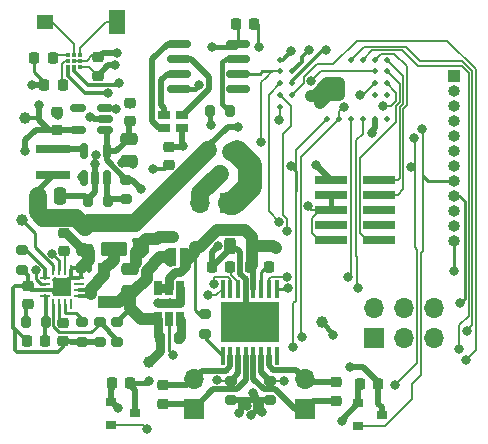
<source format=gbr>
%TF.GenerationSoftware,KiCad,Pcbnew,(6.0.0)*%
%TF.CreationDate,2022-01-21T19:20:27+01:00*%
%TF.ProjectId,DotBot,446f7442-6f74-42e6-9b69-6361645f7063,rev?*%
%TF.SameCoordinates,Original*%
%TF.FileFunction,Copper,L1,Top*%
%TF.FilePolarity,Positive*%
%FSLAX46Y46*%
G04 Gerber Fmt 4.6, Leading zero omitted, Abs format (unit mm)*
G04 Created by KiCad (PCBNEW (6.0.0)) date 2022-01-21 19:20:27*
%MOMM*%
%LPD*%
G01*
G04 APERTURE LIST*
G04 Aperture macros list*
%AMRoundRect*
0 Rectangle with rounded corners*
0 $1 Rounding radius*
0 $2 $3 $4 $5 $6 $7 $8 $9 X,Y pos of 4 corners*
0 Add a 4 corners polygon primitive as box body*
4,1,4,$2,$3,$4,$5,$6,$7,$8,$9,$2,$3,0*
0 Add four circle primitives for the rounded corners*
1,1,$1+$1,$2,$3*
1,1,$1+$1,$4,$5*
1,1,$1+$1,$6,$7*
1,1,$1+$1,$8,$9*
0 Add four rect primitives between the rounded corners*
20,1,$1+$1,$2,$3,$4,$5,0*
20,1,$1+$1,$4,$5,$6,$7,0*
20,1,$1+$1,$6,$7,$8,$9,0*
20,1,$1+$1,$8,$9,$2,$3,0*%
%AMFreePoly0*
4,1,22,0.500000,-0.750000,0.000000,-0.750000,0.000000,-0.745033,-0.079941,-0.743568,-0.215256,-0.701293,-0.333266,-0.622738,-0.424486,-0.514219,-0.481581,-0.384460,-0.499164,-0.250000,-0.500000,-0.250000,-0.500000,0.250000,-0.499164,0.250000,-0.499963,0.256109,-0.478152,0.396186,-0.417904,0.524511,-0.324060,0.630769,-0.204165,0.706417,-0.067858,0.745374,0.000000,0.744959,0.000000,0.750000,
0.500000,0.750000,0.500000,-0.750000,0.500000,-0.750000,$1*%
%AMFreePoly1*
4,1,20,0.000000,0.744959,0.073905,0.744508,0.209726,0.703889,0.328688,0.626782,0.421226,0.519385,0.479903,0.390333,0.500000,0.250000,0.500000,-0.250000,0.499851,-0.262216,0.476331,-0.402017,0.414519,-0.529596,0.319384,-0.634700,0.198574,-0.708877,0.061801,-0.746166,0.000000,-0.745033,0.000000,-0.750000,-0.500000,-0.750000,-0.500000,0.750000,0.000000,0.750000,0.000000,0.744959,
0.000000,0.744959,$1*%
G04 Aperture macros list end*
%TA.AperFunction,SMDPad,CuDef*%
%ADD10C,1.000000*%
%TD*%
%TA.AperFunction,SMDPad,CuDef*%
%ADD11C,0.400000*%
%TD*%
%TA.AperFunction,SMDPad,CuDef*%
%ADD12RoundRect,0.218750X-0.256250X0.218750X-0.256250X-0.218750X0.256250X-0.218750X0.256250X0.218750X0*%
%TD*%
%TA.AperFunction,SMDPad,CuDef*%
%ADD13RoundRect,0.218750X-0.218750X-0.256250X0.218750X-0.256250X0.218750X0.256250X-0.218750X0.256250X0*%
%TD*%
%TA.AperFunction,SMDPad,CuDef*%
%ADD14R,1.400000X2.000000*%
%TD*%
%TA.AperFunction,SMDPad,CuDef*%
%ADD15R,1.400000X1.200000*%
%TD*%
%TA.AperFunction,ComponentPad*%
%ADD16R,1.700000X1.700000*%
%TD*%
%TA.AperFunction,ComponentPad*%
%ADD17O,1.700000X1.700000*%
%TD*%
%TA.AperFunction,SMDPad,CuDef*%
%ADD18RoundRect,0.200000X-0.200000X-0.275000X0.200000X-0.275000X0.200000X0.275000X-0.200000X0.275000X0*%
%TD*%
%TA.AperFunction,SMDPad,CuDef*%
%ADD19RoundRect,0.200000X0.275000X-0.200000X0.275000X0.200000X-0.275000X0.200000X-0.275000X-0.200000X0*%
%TD*%
%TA.AperFunction,SMDPad,CuDef*%
%ADD20RoundRect,0.250000X-0.250000X-0.475000X0.250000X-0.475000X0.250000X0.475000X-0.250000X0.475000X0*%
%TD*%
%TA.AperFunction,SMDPad,CuDef*%
%ADD21R,0.900000X0.800000*%
%TD*%
%TA.AperFunction,SMDPad,CuDef*%
%ADD22R,1.000000X0.800000*%
%TD*%
%TA.AperFunction,SMDPad,CuDef*%
%ADD23RoundRect,0.218750X0.218750X0.256250X-0.218750X0.256250X-0.218750X-0.256250X0.218750X-0.256250X0*%
%TD*%
%TA.AperFunction,SMDPad,CuDef*%
%ADD24R,0.800000X0.900000*%
%TD*%
%TA.AperFunction,SMDPad,CuDef*%
%ADD25RoundRect,0.150000X-0.825000X-0.150000X0.825000X-0.150000X0.825000X0.150000X-0.825000X0.150000X0*%
%TD*%
%TA.AperFunction,SMDPad,CuDef*%
%ADD26RoundRect,0.225000X0.250000X-0.225000X0.250000X0.225000X-0.250000X0.225000X-0.250000X-0.225000X0*%
%TD*%
%TA.AperFunction,SMDPad,CuDef*%
%ADD27FreePoly0,0.000000*%
%TD*%
%TA.AperFunction,SMDPad,CuDef*%
%ADD28FreePoly1,0.000000*%
%TD*%
%TA.AperFunction,SMDPad,CuDef*%
%ADD29R,2.900000X0.800000*%
%TD*%
%TA.AperFunction,SMDPad,CuDef*%
%ADD30R,0.650000X1.220000*%
%TD*%
%TA.AperFunction,SMDPad,CuDef*%
%ADD31RoundRect,0.250000X-0.475000X0.250000X-0.475000X-0.250000X0.475000X-0.250000X0.475000X0.250000X0*%
%TD*%
%TA.AperFunction,ComponentPad*%
%ADD32R,1.000000X1.000000*%
%TD*%
%TA.AperFunction,ComponentPad*%
%ADD33O,1.000000X1.000000*%
%TD*%
%TA.AperFunction,SMDPad,CuDef*%
%ADD34RoundRect,0.254000X0.000000X0.000000X0.000000X0.000000X0.000000X0.000000X0.000000X0.000000X0*%
%TD*%
%TA.AperFunction,SMDPad,CuDef*%
%ADD35R,2.790000X0.740000*%
%TD*%
%TA.AperFunction,SMDPad,CuDef*%
%ADD36RoundRect,0.243750X0.243750X0.456250X-0.243750X0.456250X-0.243750X-0.456250X0.243750X-0.456250X0*%
%TD*%
%TA.AperFunction,SMDPad,CuDef*%
%ADD37RoundRect,0.100000X0.100000X-0.687500X0.100000X0.687500X-0.100000X0.687500X-0.100000X-0.687500X0*%
%TD*%
%TA.AperFunction,SMDPad,CuDef*%
%ADD38R,5.000000X3.400000*%
%TD*%
%TA.AperFunction,ComponentPad*%
%ADD39C,0.500000*%
%TD*%
%TA.AperFunction,SMDPad,CuDef*%
%ADD40RoundRect,0.225000X0.225000X0.250000X-0.225000X0.250000X-0.225000X-0.250000X0.225000X-0.250000X0*%
%TD*%
%TA.AperFunction,SMDPad,CuDef*%
%ADD41RoundRect,0.225000X-0.225000X-0.250000X0.225000X-0.250000X0.225000X0.250000X-0.225000X0.250000X0*%
%TD*%
%TA.AperFunction,SMDPad,CuDef*%
%ADD42RoundRect,0.200000X-0.275000X0.200000X-0.275000X-0.200000X0.275000X-0.200000X0.275000X0.200000X0*%
%TD*%
%TA.AperFunction,SMDPad,CuDef*%
%ADD43RoundRect,0.150000X0.150000X-0.512500X0.150000X0.512500X-0.150000X0.512500X-0.150000X-0.512500X0*%
%TD*%
%TA.AperFunction,SMDPad,CuDef*%
%ADD44R,1.100000X1.100000*%
%TD*%
%TA.AperFunction,SMDPad,CuDef*%
%ADD45RoundRect,0.250000X0.475000X-0.250000X0.475000X0.250000X-0.475000X0.250000X-0.475000X-0.250000X0*%
%TD*%
%TA.AperFunction,SMDPad,CuDef*%
%ADD46RoundRect,0.225000X-0.250000X0.225000X-0.250000X-0.225000X0.250000X-0.225000X0.250000X0.225000X0*%
%TD*%
%TA.AperFunction,SMDPad,CuDef*%
%ADD47RoundRect,0.250000X-0.850000X0.375000X-0.850000X-0.375000X0.850000X-0.375000X0.850000X0.375000X0*%
%TD*%
%TA.AperFunction,SMDPad,CuDef*%
%ADD48RoundRect,0.150000X0.512500X0.150000X-0.512500X0.150000X-0.512500X-0.150000X0.512500X-0.150000X0*%
%TD*%
%TA.AperFunction,SMDPad,CuDef*%
%ADD49RoundRect,0.062500X-0.062500X0.375000X-0.062500X-0.375000X0.062500X-0.375000X0.062500X0.375000X0*%
%TD*%
%TA.AperFunction,SMDPad,CuDef*%
%ADD50RoundRect,0.062500X-0.375000X0.062500X-0.375000X-0.062500X0.375000X-0.062500X0.375000X0.062500X0*%
%TD*%
%TA.AperFunction,SMDPad,CuDef*%
%ADD51R,1.600000X1.600000*%
%TD*%
%TA.AperFunction,SMDPad,CuDef*%
%ADD52RoundRect,0.200000X0.200000X0.275000X-0.200000X0.275000X-0.200000X-0.275000X0.200000X-0.275000X0*%
%TD*%
%TA.AperFunction,ViaPad*%
%ADD53C,0.800000*%
%TD*%
%TA.AperFunction,Conductor*%
%ADD54C,0.400000*%
%TD*%
%TA.AperFunction,Conductor*%
%ADD55C,0.500000*%
%TD*%
%TA.AperFunction,Conductor*%
%ADD56C,1.500000*%
%TD*%
%TA.AperFunction,Conductor*%
%ADD57C,0.300000*%
%TD*%
%TA.AperFunction,Conductor*%
%ADD58C,0.250000*%
%TD*%
%TA.AperFunction,Conductor*%
%ADD59C,0.200000*%
%TD*%
%TA.AperFunction,Conductor*%
%ADD60C,1.000000*%
%TD*%
%TA.AperFunction,Conductor*%
%ADD61C,0.750000*%
%TD*%
%TA.AperFunction,Conductor*%
%ADD62C,2.000000*%
%TD*%
G04 APERTURE END LIST*
D10*
%TO.P,3.3v,1,1*%
%TO.N,+3V3*%
X76500000Y-54700000D03*
%TD*%
%TO.P,pg,1,1*%
%TO.N,Net-(U8-Pad4)*%
X76200000Y-63300000D03*
%TD*%
%TO.P,6v,1,1*%
%TO.N,Net-(C21-Pad2)*%
X86950000Y-75350000D03*
%TD*%
%TO.P,GND,1,1*%
%TO.N,GND*%
X101600000Y-71950000D03*
%TD*%
D11*
%TO.P,U4,A1,AVDD*%
%TO.N,Net-(C2-Pad2)*%
X80146315Y-49370000D03*
%TO.P,U4,A2,IIN+*%
%TO.N,Net-(D1-Pad2)*%
X80646315Y-49370000D03*
%TO.P,U4,A3,IIN-*%
%TO.N,Net-(D1-Pad1)*%
X81146315Y-49370000D03*
%TO.P,U4,B1,RBIAS*%
%TO.N,Net-(R2-Pad2)*%
X80146315Y-49870000D03*
%TO.P,U4,B2,AVSS*%
%TO.N,GND*%
X80646315Y-49870000D03*
%TO.P,U4,B3,AVSS2*%
X81146315Y-49870000D03*
%TO.P,U4,C1,D*%
%TO.N,P0_29*%
X80146315Y-50370000D03*
%TO.P,U4,C2,E*%
%TO.N,P0_30*%
X80646315Y-50370000D03*
%TO.P,U4,C3,DVDD*%
%TO.N,+3V3*%
X81146315Y-50370000D03*
%TD*%
D12*
%TO.P,C1,1*%
%TO.N,GND*%
X82634315Y-49562500D03*
%TO.P,C1,2*%
%TO.N,+3V3*%
X82634315Y-51137500D03*
%TD*%
D13*
%TO.P,C2,1*%
%TO.N,GND*%
X77246815Y-49650000D03*
%TO.P,C2,2*%
%TO.N,Net-(C2-Pad2)*%
X78821815Y-49650000D03*
%TD*%
D14*
%TO.P,D1,1,K*%
%TO.N,Net-(D1-Pad1)*%
X84234315Y-46550000D03*
D15*
%TO.P,D1,2,A*%
%TO.N,Net-(D1-Pad2)*%
X78134315Y-46550000D03*
%TD*%
D16*
%TO.P,J1,1,Pin_1*%
%TO.N,Net-(C15-Pad1)*%
X90750000Y-79350000D03*
D17*
%TO.P,J1,2,Pin_2*%
%TO.N,Net-(C15-Pad2)*%
X90750000Y-76810000D03*
%TD*%
D16*
%TO.P,J2,1,Pin_1*%
%TO.N,Net-(C16-Pad1)*%
X100200000Y-79300000D03*
D17*
%TO.P,J2,2,Pin_2*%
%TO.N,Net-(C16-Pad2)*%
X100200000Y-76760000D03*
%TD*%
D13*
%TO.P,R2,1*%
%TO.N,GND*%
X78112500Y-51900000D03*
%TO.P,R2,2*%
%TO.N,Net-(R2-Pad2)*%
X79687500Y-51900000D03*
%TD*%
D18*
%TO.P,R5,1*%
%TO.N,GND*%
X92175000Y-54100000D03*
%TO.P,R5,2*%
%TO.N,Net-(R5-Pad2)*%
X93825000Y-54100000D03*
%TD*%
D16*
%TO.P,J4,1,Pin_1*%
%TO.N,GND*%
X93812000Y-61926000D03*
D17*
%TO.P,J4,2,Pin_2*%
%TO.N,Net-(J4-Pad2)*%
X91272000Y-61926000D03*
%TD*%
D13*
%TO.P,C3,1*%
%TO.N,+3V3*%
X83812500Y-77100000D03*
%TO.P,C3,2*%
%TO.N,GND*%
X85387500Y-77100000D03*
%TD*%
%TO.P,C4,1*%
%TO.N,+3V3*%
X104812500Y-77200000D03*
%TO.P,C4,2*%
%TO.N,GND*%
X106387500Y-77200000D03*
%TD*%
D19*
%TO.P,R4,1*%
%TO.N,GND*%
X93900000Y-78575000D03*
%TO.P,R4,2*%
%TO.N,P0_04*%
X93900000Y-76925000D03*
%TD*%
D20*
%TO.P,C12,1*%
%TO.N,VDD*%
X77550000Y-61300000D03*
%TO.P,C12,2*%
%TO.N,GND*%
X79450000Y-61300000D03*
%TD*%
D19*
%TO.P,R3,1*%
%TO.N,GND*%
X97200000Y-78575000D03*
%TO.P,R3,2*%
%TO.N,P0_05*%
X97200000Y-76925000D03*
%TD*%
D21*
%TO.P,U2,1,VCC*%
%TO.N,+3V3*%
X104700000Y-78850000D03*
%TO.P,U2,2,OUT*%
%TO.N,P0_15*%
X104700000Y-80750000D03*
%TO.P,U2,3,GND*%
%TO.N,GND*%
X106700000Y-79800000D03*
%TD*%
%TO.P,U1,1,VCC*%
%TO.N,+3V3*%
X83800000Y-78750000D03*
%TO.P,U1,2,OUT*%
%TO.N,P0_17*%
X83800000Y-80650000D03*
%TO.P,U1,3,GND*%
%TO.N,GND*%
X85800000Y-79700000D03*
%TD*%
D12*
%TO.P,C9,1*%
%TO.N,+6V*%
X88650000Y-57112500D03*
%TO.P,C9,2*%
%TO.N,GND*%
X88650000Y-58687500D03*
%TD*%
D22*
%TO.P,D2,1,A*%
%TO.N,+6V*%
X89750000Y-55550000D03*
%TO.P,D2,2,RK*%
%TO.N,Net-(D2-Pad2)*%
X88250000Y-55550000D03*
%TO.P,D2,3,BK*%
%TO.N,Net-(D2-Pad3)*%
X88250000Y-54450000D03*
%TO.P,D2,4,GK*%
%TO.N,Net-(D2-Pad4)*%
X89750000Y-54450000D03*
%TD*%
D23*
%TO.P,C8,1*%
%TO.N,GND*%
X95887500Y-46700000D03*
%TO.P,C8,2*%
%TO.N,+3V3*%
X94312500Y-46700000D03*
%TD*%
D24*
%TO.P,Q4,1,G*%
%TO.N,GND*%
X93900000Y-57400000D03*
%TO.P,Q4,2,S*%
%TO.N,VDD*%
X92000000Y-57400000D03*
%TO.P,Q4,3,D*%
%TO.N,Net-(J4-Pad2)*%
X92950000Y-59400000D03*
%TD*%
D25*
%TO.P,U7,1,OUT0*%
%TO.N,Net-(D2-Pad2)*%
X89525000Y-48395000D03*
%TO.P,U7,2,OUT1*%
%TO.N,Net-(D2-Pad4)*%
X89525000Y-49665000D03*
%TO.P,U7,3,OUT2*%
%TO.N,Net-(D2-Pad3)*%
X89525000Y-50935000D03*
%TO.P,U7,4,GND*%
%TO.N,GND*%
X89525000Y-52205000D03*
%TO.P,U7,5,SDO*%
%TO.N,unconnected-(U7-Pad5)*%
X94475000Y-52205000D03*
%TO.P,U7,6,SDI*%
%TO.N,P0_03*%
X94475000Y-50935000D03*
%TO.P,U7,7,IREF*%
%TO.N,Net-(R5-Pad2)*%
X94475000Y-49665000D03*
%TO.P,U7,8,VCC*%
%TO.N,+3V3*%
X94475000Y-48395000D03*
%TD*%
D26*
%TO.P,C15,1*%
%TO.N,Net-(C15-Pad1)*%
X88150000Y-78875000D03*
%TO.P,C15,2*%
%TO.N,Net-(C15-Pad2)*%
X88150000Y-77325000D03*
%TD*%
D27*
%TO.P,JP1,1,A*%
%TO.N,Net-(C21-Pad2)*%
X88800000Y-66500000D03*
D28*
%TO.P,JP1,2,B*%
%TO.N,+6V*%
X90100000Y-66500000D03*
%TD*%
D29*
%TO.P,L2,1,1*%
%TO.N,VDD*%
X78850000Y-59562500D03*
%TO.P,L2,2,2*%
%TO.N,Net-(L2-Pad2)*%
X78850000Y-57362500D03*
%TD*%
D30*
%TO.P,Q1,1,S1*%
%TO.N,GND*%
X89600000Y-69090000D03*
%TO.P,Q1,2,D2*%
%TO.N,+6V*%
X88650000Y-69090000D03*
%TO.P,Q1,3,D2*%
X87700000Y-69090000D03*
%TO.P,Q1,4,S2*%
%TO.N,Net-(C21-Pad2)*%
X87700000Y-71710000D03*
%TO.P,Q1,5,G1*%
%TO.N,P0_20*%
X88650000Y-71710000D03*
%TO.P,Q1,6,D1*%
%TO.N,Net-(Q1-Pad6)*%
X89600000Y-71710000D03*
%TD*%
D18*
%TO.P,R8,1*%
%TO.N,Net-(C21-Pad2)*%
X87875000Y-73350000D03*
%TO.P,R8,2*%
%TO.N,Net-(Q1-Pad6)*%
X89525000Y-73350000D03*
%TD*%
D26*
%TO.P,C16,1*%
%TO.N,Net-(C16-Pad1)*%
X102800000Y-78625000D03*
%TO.P,C16,2*%
%TO.N,Net-(C16-Pad2)*%
X102800000Y-77075000D03*
%TD*%
D31*
%TO.P,C11,1*%
%TO.N,/+3.8v*%
X85250000Y-56450000D03*
%TO.P,C11,2*%
%TO.N,GND*%
X85250000Y-58350000D03*
%TD*%
D32*
%TO.P,J5,1,Pin_1*%
%TO.N,P0_30*%
X112800000Y-51100000D03*
D33*
%TO.P,J5,2,Pin_2*%
%TO.N,P0_29*%
X112800000Y-52370000D03*
%TO.P,J5,3,Pin_3*%
%TO.N,P0_20*%
X112800000Y-53640000D03*
%TO.P,J5,4,Pin_4*%
%TO.N,P0_05*%
X112800000Y-54910000D03*
%TO.P,J5,5,Pin_5*%
%TO.N,P0_03*%
X112800000Y-56180000D03*
%TO.P,J5,6,Pin_6*%
%TO.N,P0_04*%
X112800000Y-57450000D03*
%TO.P,J5,7,Pin_7*%
%TO.N,P0_17*%
X112800000Y-58720000D03*
%TO.P,J5,8,Pin_8*%
%TO.N,P0_15*%
X112800000Y-59990000D03*
%TO.P,J5,9,Pin_9*%
%TO.N,P0_11*%
X112800000Y-61260000D03*
%TO.P,J5,10,Pin_10*%
%TO.N,P0_02*%
X112800000Y-62530000D03*
%TO.P,J5,11,Pin_11*%
%TO.N,P0_28*%
X112800000Y-63800000D03*
%TO.P,J5,12,Pin_12*%
%TO.N,P1_09*%
X112800000Y-65070000D03*
%TD*%
D34*
%TO.P,U5,1,VDD*%
%TO.N,VDD*%
X98104200Y-49749400D03*
%TO.P,U5,2,P003*%
%TO.N,P0_03*%
X98104200Y-50740000D03*
%TO.P,U5,3,P002*%
%TO.N,P0_02*%
X98104200Y-51756000D03*
%TO.P,U5,4,P028*%
%TO.N,P0_28*%
X98104200Y-52746600D03*
%TO.P,U5,5,GND*%
%TO.N,GND*%
X98104200Y-53762600D03*
%TO.P,U5,6,P029*%
%TO.N,P0_29*%
X99094800Y-50740000D03*
%TO.P,U5,7,P030*%
%TO.N,P0_30*%
X99094800Y-51756000D03*
%TO.P,U5,8,P031*%
%TO.N,P0_31*%
X99094800Y-52746600D03*
%TO.P,U5,9,P004*%
%TO.N,P0_04*%
X102092000Y-54753200D03*
%TO.P,U5,10,P005*%
%TO.N,P0_05*%
X103108000Y-54753200D03*
%TO.P,U5,11,P109*%
%TO.N,P1_09*%
X104098600Y-54753200D03*
%TO.P,U5,12,P011*%
%TO.N,P0_11*%
X105089200Y-54753200D03*
%TO.P,U5,13,VDDH*%
%TO.N,VDD*%
X106105200Y-54753200D03*
%TO.P,U5,14,VBUS*%
%TO.N,unconnected-(U5-Pad14)*%
X107095800Y-54753200D03*
%TO.P,U5,15,D-*%
%TO.N,unconnected-(U5-Pad15)*%
X107095800Y-52746600D03*
%TO.P,U5,16,P015*%
%TO.N,P0_15*%
X107095800Y-51756000D03*
%TO.P,U5,17,P018/RST*%
%TO.N,RESET*%
X107095800Y-50740000D03*
%TO.P,U5,18,SWDIO*%
%TO.N,SWDIO*%
X107095800Y-49749400D03*
%TO.P,U5,19,D+*%
%TO.N,unconnected-(U5-Pad19)*%
X106105200Y-52746600D03*
%TO.P,U5,20,P017*%
%TO.N,P0_17*%
X106105200Y-51756000D03*
%TO.P,U5,21,P020*%
%TO.N,P0_20*%
X106105200Y-50740000D03*
%TO.P,U5,22,SWDCLK*%
%TO.N,SWDCLK*%
X106105200Y-49749400D03*
%TO.P,U5,23,P009*%
%TO.N,P0_09*%
X105089200Y-49749400D03*
%TO.P,U5,24,P010*%
%TO.N,P0_10*%
X104098600Y-49749400D03*
%TO.P,U5,25,GND*%
%TO.N,GND*%
X103108000Y-51756000D03*
%TO.P,U5,26,GND*%
X103108000Y-52746600D03*
%TO.P,U5,27,GND*%
X102092000Y-51756000D03*
%TO.P,U5,28,GND*%
X102092000Y-52746600D03*
%TD*%
D35*
%TO.P,J3,1,Pin_1*%
%TO.N,VDD*%
X102365000Y-59910000D03*
%TO.P,J3,2,Pin_2*%
%TO.N,SWDIO*%
X106435000Y-59910000D03*
%TO.P,J3,3,Pin_3*%
%TO.N,GND*%
X102365000Y-61180000D03*
%TO.P,J3,4,Pin_4*%
%TO.N,SWDCLK*%
X106435000Y-61180000D03*
%TO.P,J3,5,Pin_5*%
%TO.N,GND*%
X102365000Y-62450000D03*
%TO.P,J3,6,Pin_6*%
%TO.N,unconnected-(J3-Pad6)*%
X106435000Y-62450000D03*
%TO.P,J3,7,Pin_7*%
%TO.N,unconnected-(J3-Pad7)*%
X102365000Y-63720000D03*
%TO.P,J3,8,Pin_8*%
%TO.N,unconnected-(J3-Pad8)*%
X106435000Y-63720000D03*
%TO.P,J3,9,Pin_9*%
%TO.N,GND*%
X102365000Y-64990000D03*
%TO.P,J3,10,Pin_10*%
%TO.N,RESET*%
X106435000Y-64990000D03*
%TD*%
D16*
%TO.P,J6,1,Pin_1*%
%TO.N,P0_31*%
X106000000Y-73300000D03*
D17*
%TO.P,J6,2,Pin_2*%
%TO.N,P0_10*%
X106000000Y-70760000D03*
%TO.P,J6,3,Pin_3*%
%TO.N,P0_09*%
X108540000Y-73300000D03*
%TO.P,J6,4,Pin_4*%
%TO.N,VDD*%
X108540000Y-70760000D03*
%TO.P,J6,5,Pin_5*%
%TO.N,GND*%
X111080000Y-73300000D03*
%TO.P,J6,6,Pin_6*%
%TO.N,+6V*%
X111080000Y-70760000D03*
%TD*%
D36*
%TO.P,C5,1*%
%TO.N,+6V*%
X95687500Y-65500000D03*
%TO.P,C5,2*%
%TO.N,GND*%
X93812500Y-65500000D03*
%TD*%
D37*
%TO.P,U3,1,nSLEEP*%
%TO.N,Net-(R1-Pad1)*%
X93225000Y-74862500D03*
%TO.P,U3,2,AOUT1*%
%TO.N,Net-(C15-Pad2)*%
X93875000Y-74862500D03*
%TO.P,U3,3,AISEN*%
%TO.N,P0_04*%
X94525000Y-74862500D03*
%TO.P,U3,4,AOUT2*%
%TO.N,Net-(C15-Pad1)*%
X95175000Y-74862500D03*
%TO.P,U3,5,BOUT2*%
%TO.N,Net-(C16-Pad1)*%
X95825000Y-74862500D03*
%TO.P,U3,6,BISEN*%
%TO.N,P0_05*%
X96475000Y-74862500D03*
%TO.P,U3,7,BOUT1*%
%TO.N,Net-(C16-Pad2)*%
X97125000Y-74862500D03*
%TO.P,U3,8,nFAULT*%
%TO.N,unconnected-(U3-Pad8)*%
X97775000Y-74862500D03*
%TO.P,U3,9,BIN1*%
%TO.N,P0_11*%
X97775000Y-69137500D03*
%TO.P,U3,10,BIN2*%
%TO.N,P1_09*%
X97125000Y-69137500D03*
%TO.P,U3,11,VCP*%
%TO.N,Net-(C7-Pad2)*%
X96475000Y-69137500D03*
%TO.P,U3,12,VM*%
%TO.N,+6V*%
X95825000Y-69137500D03*
%TO.P,U3,13,GND*%
%TO.N,GND*%
X95175000Y-69137500D03*
%TO.P,U3,14,VINT*%
%TO.N,Net-(C6-Pad1)*%
X94525000Y-69137500D03*
%TO.P,U3,15,AIN2*%
%TO.N,P0_28*%
X93875000Y-69137500D03*
%TO.P,U3,16,AIN1*%
%TO.N,P0_02*%
X93225000Y-69137500D03*
D38*
%TO.P,U3,17,GND(PPAD)*%
%TO.N,GND*%
X95500000Y-72000000D03*
D39*
X94000000Y-71250000D03*
X97000000Y-72750000D03*
X95500000Y-72750000D03*
X95500000Y-71250000D03*
X94000000Y-72750000D03*
X97000000Y-71250000D03*
%TD*%
D19*
%TO.P,R1,1*%
%TO.N,Net-(R1-Pad1)*%
X91700000Y-72975000D03*
%TO.P,R1,2*%
%TO.N,+6V*%
X91700000Y-71325000D03*
%TD*%
D40*
%TO.P,C6,1*%
%TO.N,Net-(C6-Pad1)*%
X93850000Y-67325000D03*
%TO.P,C6,2*%
%TO.N,GND*%
X92300000Y-67325000D03*
%TD*%
D41*
%TO.P,C7,1*%
%TO.N,+6V*%
X95550000Y-67300000D03*
%TO.P,C7,2*%
%TO.N,Net-(C7-Pad2)*%
X97100000Y-67300000D03*
%TD*%
D42*
%TO.P,R13,1*%
%TO.N,Net-(R12-Pad2)*%
X82800000Y-71975000D03*
%TO.P,R13,2*%
%TO.N,GND*%
X82800000Y-73625000D03*
%TD*%
D41*
%TO.P,C19,1*%
%TO.N,GND*%
X76625000Y-73600000D03*
%TO.P,C19,2*%
%TO.N,Net-(C19-Pad2)*%
X78175000Y-73600000D03*
%TD*%
D43*
%TO.P,U6,1,~{SHDN}*%
%TO.N,P0_20*%
X81500000Y-59800000D03*
%TO.P,U6,2,GND*%
%TO.N,GND*%
X82450000Y-59800000D03*
%TO.P,U6,3,FB*%
%TO.N,Net-(R10-Pad1)*%
X83400000Y-59800000D03*
%TO.P,U6,4,OUT*%
%TO.N,/+3.8v*%
X83400000Y-57525000D03*
%TO.P,U6,5,LX*%
%TO.N,Net-(L2-Pad2)*%
X81500000Y-57525000D03*
%TD*%
D42*
%TO.P,R7,1*%
%TO.N,Net-(R7-Pad1)*%
X81300000Y-71975000D03*
%TO.P,R7,2*%
%TO.N,GND*%
X81300000Y-73625000D03*
%TD*%
D44*
%TO.P,D3,1,K*%
%TO.N,Net-(C21-Pad2)*%
X83200000Y-70300000D03*
%TO.P,D3,2,A*%
%TO.N,Net-(D3-Pad2)*%
X83200000Y-67500000D03*
%TD*%
D26*
%TO.P,C14,1*%
%TO.N,GND*%
X79700000Y-73575000D03*
%TO.P,C14,2*%
%TO.N,Net-(C14-Pad2)*%
X79700000Y-72025000D03*
%TD*%
%TO.P,C17,1*%
%TO.N,/+3.8v*%
X85400000Y-54975000D03*
%TO.P,C17,2*%
%TO.N,GND*%
X85400000Y-53425000D03*
%TD*%
D42*
%TO.P,R9,1*%
%TO.N,/+3.8v*%
X85050000Y-59937500D03*
%TO.P,R9,2*%
%TO.N,Net-(R10-Pad1)*%
X85050000Y-61587500D03*
%TD*%
D45*
%TO.P,C10,2*%
%TO.N,VDD*%
X81600000Y-63950000D03*
%TO.P,C10,1*%
%TO.N,GND*%
X81600000Y-65850000D03*
%TD*%
D46*
%TO.P,C20,2*%
%TO.N,Net-(C20-Pad2)*%
X76700000Y-70475000D03*
%TO.P,C20,1*%
%TO.N,GND*%
X76700000Y-68925000D03*
%TD*%
D42*
%TO.P,R6,1*%
%TO.N,Net-(R6-Pad1)*%
X76200000Y-65875000D03*
%TO.P,R6,2*%
%TO.N,GND*%
X76200000Y-67525000D03*
%TD*%
D47*
%TO.P,L1,1,1*%
%TO.N,VDD*%
X84000000Y-63625000D03*
%TO.P,L1,2,2*%
%TO.N,Net-(D3-Pad2)*%
X84000000Y-65775000D03*
%TD*%
D26*
%TO.P,C18,1*%
%TO.N,+3V3*%
X79200000Y-55725000D03*
%TO.P,C18,2*%
%TO.N,GND*%
X79200000Y-54175000D03*
%TD*%
%TO.P,C13,1*%
%TO.N,Net-(C13-Pad1)*%
X79800000Y-65975000D03*
%TO.P,C13,2*%
%TO.N,GND*%
X79800000Y-64425000D03*
%TD*%
D48*
%TO.P,U9,1,V_{in}*%
%TO.N,/+3.8v*%
X83237500Y-55750000D03*
%TO.P,U9,2,GND*%
%TO.N,GND*%
X83237500Y-54800000D03*
%TO.P,U9,3,EN*%
%TO.N,P0_20*%
X83237500Y-53850000D03*
%TO.P,U9,4,NC*%
%TO.N,unconnected-(U9-Pad4)*%
X80962500Y-53850000D03*
%TO.P,U9,5,V_{out}*%
%TO.N,+3V3*%
X80962500Y-55750000D03*
%TD*%
D31*
%TO.P,C21,1*%
%TO.N,GND*%
X85400000Y-67450000D03*
%TO.P,C21,2*%
%TO.N,Net-(C21-Pad2)*%
X85400000Y-69350000D03*
%TD*%
D49*
%TO.P,U8,1,PGND*%
%TO.N,GND*%
X80350000Y-67562500D03*
%TO.P,U8,2,VCC*%
%TO.N,Net-(C13-Pad1)*%
X79850000Y-67562500D03*
%TO.P,U8,3,BIAS*%
%TO.N,/+3.8v*%
X79350000Y-67562500D03*
%TO.P,U8,4,PGOOD*%
%TO.N,Net-(U8-Pad4)*%
X78850000Y-67562500D03*
D50*
%TO.P,U8,5,RT*%
%TO.N,Net-(R6-Pad1)*%
X78162500Y-68250000D03*
%TO.P,U8,6,EN*%
%TO.N,P0_20*%
X78162500Y-68750000D03*
%TO.P,U8,7,AGND*%
%TO.N,GND*%
X78162500Y-69250000D03*
%TO.P,U8,8,COMP*%
%TO.N,Net-(C19-Pad2)*%
X78162500Y-69750000D03*
D49*
%TO.P,U8,9,FB*%
%TO.N,Net-(R12-Pad2)*%
X78850000Y-70437500D03*
%TO.P,U8,10,SS*%
%TO.N,Net-(C14-Pad2)*%
X79350000Y-70437500D03*
%TO.P,U8,11,MODE*%
%TO.N,Net-(R7-Pad1)*%
X79850000Y-70437500D03*
%TO.P,U8,12*%
%TO.N,N/C*%
X80350000Y-70437500D03*
D50*
%TO.P,U8,13,SW*%
%TO.N,Net-(D3-Pad2)*%
X81037500Y-69750000D03*
%TO.P,U8,14,SW*%
X81037500Y-69250000D03*
%TO.P,U8,15,NC*%
%TO.N,unconnected-(U8-Pad15)*%
X81037500Y-68750000D03*
%TO.P,U8,16,PGND*%
%TO.N,GND*%
X81037500Y-68250000D03*
D39*
%TO.P,U8,17,EP*%
X79050000Y-68450000D03*
X80150000Y-69550000D03*
D51*
X79600000Y-69000000D03*
D39*
X80150000Y-68450000D03*
X79050000Y-69550000D03*
%TD*%
D52*
%TO.P,R11,1*%
%TO.N,Net-(C19-Pad2)*%
X78225000Y-72000000D03*
%TO.P,R11,2*%
%TO.N,Net-(C20-Pad2)*%
X76575000Y-72000000D03*
%TD*%
%TO.P,R10,1*%
%TO.N,Net-(R10-Pad1)*%
X83475000Y-61700000D03*
%TO.P,R10,2*%
%TO.N,GND*%
X81825000Y-61700000D03*
%TD*%
D42*
%TO.P,R12,1*%
%TO.N,Net-(C21-Pad2)*%
X84300000Y-71975000D03*
%TO.P,R12,2*%
%TO.N,Net-(R12-Pad2)*%
X84300000Y-73625000D03*
%TD*%
D53*
%TO.N,GND*%
X101500000Y-53450000D03*
X100450000Y-62175000D03*
X97974979Y-54850000D03*
X100700000Y-52850000D03*
X85100000Y-67600000D03*
X87750000Y-70350000D03*
X82500000Y-57800000D03*
X92200000Y-55300000D03*
X102600000Y-73100000D03*
X87637500Y-64912500D03*
X95650000Y-79875000D03*
X85650000Y-58550000D03*
X85900000Y-66950000D03*
X87300000Y-59000000D03*
X95299986Y-79099986D03*
X96575000Y-79625000D03*
X84234315Y-49150000D03*
X89000000Y-64750000D03*
X104000000Y-75800000D03*
X89600000Y-70350000D03*
X96300000Y-48649500D03*
X81950000Y-54650000D03*
X84700000Y-58500000D03*
X81900000Y-66000000D03*
X95825000Y-77975000D03*
X92799994Y-65550006D03*
X87000000Y-77000000D03*
X82450000Y-58550000D03*
X94625000Y-79675000D03*
X77034315Y-51900000D03*
X88750000Y-70350000D03*
X91200000Y-51900000D03*
X95500000Y-59300000D03*
X79300000Y-54449500D03*
X85400000Y-53500000D03*
X81100000Y-65600000D03*
%TO.N,+3V3*%
X84134315Y-50250000D03*
X77700000Y-53600000D03*
X92276923Y-48649500D03*
X84362357Y-79250010D03*
X76500000Y-57500000D03*
X103300000Y-80350000D03*
%TO.N,+6V*%
X90850000Y-65599982D03*
X89846075Y-57101795D03*
X97700000Y-65700000D03*
%TO.N,VDD*%
X99000000Y-49050000D03*
X101100000Y-58650000D03*
X105825000Y-56000000D03*
X94525728Y-55425728D03*
%TO.N,P0_30*%
X102000000Y-48950000D03*
X84400000Y-51700000D03*
%TO.N,P0_29*%
X100500000Y-48950000D03*
X83500000Y-52600000D03*
%TO.N,P0_02*%
X98011833Y-63469958D03*
X92000000Y-69700000D03*
%TO.N,P0_05*%
X103500000Y-53750000D03*
X99925000Y-73275000D03*
X98375000Y-76950000D03*
%TO.N,P0_04*%
X99000000Y-58750000D03*
X99200000Y-74100000D03*
X92700000Y-76875000D03*
%TO.N,P0_03*%
X96500000Y-56700000D03*
%TO.N,P0_17*%
X104874537Y-52770132D03*
X107800000Y-77300000D03*
X109400000Y-56350000D03*
X86800000Y-81000000D03*
X109200000Y-58850000D03*
%TO.N,P0_15*%
X106813516Y-53675904D03*
X110100000Y-55650000D03*
%TO.N,P0_10*%
X113900000Y-72700000D03*
%TO.N,P1_09*%
X98700000Y-68175000D03*
X112800000Y-67649996D03*
X103800000Y-68174998D03*
%TO.N,P0_11*%
X98750000Y-69125000D03*
X104700000Y-69125002D03*
X113350000Y-70350000D03*
%TO.N,P0_31*%
X113850000Y-75150000D03*
%TO.N,P0_28*%
X98700000Y-64249994D03*
X92497198Y-68712107D03*
%TO.N,P0_20*%
X100700000Y-51550000D03*
X81300000Y-59700000D03*
X77400000Y-67600000D03*
X89050000Y-74800000D03*
X84200000Y-53900000D03*
%TO.N,P0_09*%
X113250000Y-74250000D03*
%TO.N,/+3.8v*%
X86300000Y-60700000D03*
X78800000Y-66200000D03*
%TD*%
D54*
%TO.N,GND*%
X102600000Y-72950000D02*
X102600000Y-73100000D01*
X101600000Y-71950000D02*
X102600000Y-72950000D01*
D55*
X79450000Y-61300000D02*
X81562500Y-61300000D01*
%TO.N,VDD*%
X77550000Y-60862500D02*
X78850000Y-59562500D01*
D56*
X78025480Y-63125480D02*
X77550000Y-62650000D01*
D55*
%TO.N,GND*%
X81562500Y-61300000D02*
X81825000Y-61562500D01*
D56*
%TO.N,VDD*%
X77550000Y-62650000D02*
X77550000Y-61300000D01*
D55*
X77550000Y-61300000D02*
X77550000Y-60862500D01*
X77600000Y-61562500D02*
X77550000Y-61512500D01*
D56*
X80775480Y-63125480D02*
X78025480Y-63125480D01*
D55*
X77550000Y-61512500D02*
X77550000Y-61300000D01*
D56*
X81600000Y-63950000D02*
X80775480Y-63125480D01*
D57*
%TO.N,GND*%
X76700000Y-68025000D02*
X76200000Y-67525000D01*
X76700000Y-68925000D02*
X76700000Y-68025000D01*
X75675000Y-68925000D02*
X76700000Y-68925000D01*
X75500000Y-69100000D02*
X75675000Y-68925000D01*
X78162500Y-69250000D02*
X77025000Y-69250000D01*
%TO.N,Net-(C20-Pad2)*%
X76575000Y-72000000D02*
X76575000Y-70600000D01*
X76575000Y-70600000D02*
X76700000Y-70475000D01*
%TO.N,GND*%
X77025000Y-69250000D02*
X76700000Y-68925000D01*
X75600000Y-72575000D02*
X75500000Y-72475000D01*
X75500000Y-72475000D02*
X75500000Y-69100000D01*
%TO.N,P0_30*%
X84200000Y-51900000D02*
X81800000Y-51900000D01*
X81800000Y-51900000D02*
X80646315Y-50746315D01*
X80646315Y-50746315D02*
X80646315Y-50370000D01*
X84325480Y-51774520D02*
X84200000Y-51900000D01*
%TO.N,P0_29*%
X81600000Y-52600000D02*
X83500000Y-52600000D01*
X80146315Y-51146315D02*
X81600000Y-52600000D01*
X80146315Y-50370000D02*
X80146315Y-51146315D01*
D58*
%TO.N,GND*%
X77246815Y-50762500D02*
X77246815Y-49650000D01*
X78112500Y-51628185D02*
X77246815Y-50762500D01*
D55*
X78112500Y-51900000D02*
X77034315Y-51900000D01*
D58*
X78112500Y-51900000D02*
X78112500Y-51628185D01*
D54*
%TO.N,+3V3*%
X94220500Y-48649500D02*
X92276923Y-48649500D01*
X94475000Y-48395000D02*
X94220500Y-48649500D01*
D59*
%TO.N,GND*%
X96300000Y-48600000D02*
X96300000Y-48649500D01*
X96187500Y-48487500D02*
X96300000Y-48600000D01*
D58*
%TO.N,Net-(U8-Pad4)*%
X77300000Y-64400000D02*
X76200000Y-63300000D01*
X77300000Y-65600000D02*
X77300000Y-64400000D01*
X78850000Y-67150000D02*
X77300000Y-65600000D01*
X78850000Y-67562500D02*
X78850000Y-67150000D01*
%TO.N,/+3.8v*%
X79350000Y-66750000D02*
X78800000Y-66200000D01*
X79350000Y-67562500D02*
X79350000Y-66750000D01*
D57*
%TO.N,GND*%
X75800000Y-74500000D02*
X75600000Y-74300000D01*
X79300000Y-74500000D02*
X75800000Y-74500000D01*
X75600000Y-74300000D02*
X75600000Y-72575000D01*
X79700000Y-73575000D02*
X79700000Y-74100000D01*
X79700000Y-74100000D02*
X79300000Y-74500000D01*
X82450000Y-57850000D02*
X82500000Y-57800000D01*
X82450000Y-58550000D02*
X82450000Y-57850000D01*
%TO.N,Net-(D3-Pad2)*%
X81900489Y-69750000D02*
X82050489Y-69600000D01*
X81037500Y-69750000D02*
X81900489Y-69750000D01*
X81950978Y-69250000D02*
X82050489Y-69150489D01*
X81037500Y-69250000D02*
X81950978Y-69250000D01*
%TO.N,GND*%
X80350000Y-67562500D02*
X80512500Y-67400000D01*
X80512500Y-67400000D02*
X81200000Y-67400000D01*
X81200000Y-68087500D02*
X81200000Y-67400000D01*
X81037500Y-68250000D02*
X81200000Y-68087500D01*
D60*
X81900000Y-66000000D02*
X81900000Y-66700000D01*
X81900000Y-66700000D02*
X81200000Y-67400000D01*
D57*
X80150000Y-68450000D02*
X80350000Y-68250000D01*
X80350000Y-68250000D02*
X81037500Y-68250000D01*
X80350000Y-68250000D02*
X80350000Y-67562500D01*
D60*
%TO.N,Net-(D3-Pad2)*%
X83200000Y-68000978D02*
X82050489Y-69150489D01*
X83200000Y-67500000D02*
X83200000Y-68000978D01*
X82050489Y-69150489D02*
X82050489Y-69600000D01*
%TO.N,GND*%
X100998000Y-52850000D02*
X100700000Y-52850000D01*
X102092000Y-51756000D02*
X100998000Y-52850000D01*
D59*
X98104200Y-54720779D02*
X97974979Y-54850000D01*
X102365000Y-62450000D02*
X100725000Y-62450000D01*
X98104200Y-53762600D02*
X98104200Y-54720779D01*
X100725000Y-62450000D02*
X100450000Y-62175000D01*
X100769999Y-64419999D02*
X100769999Y-63189999D01*
X102365000Y-64990000D02*
X101340000Y-64990000D01*
D60*
X102092000Y-52746600D02*
X103108000Y-52746600D01*
X103108000Y-52746600D02*
X103108000Y-51756000D01*
D59*
X101340000Y-64990000D02*
X100769999Y-64419999D01*
X100769999Y-63189999D02*
X101509998Y-62450000D01*
D60*
X103108000Y-51756000D02*
X102092000Y-51756000D01*
X102092000Y-52858000D02*
X101500000Y-53450000D01*
D54*
X102365000Y-61180000D02*
X102365000Y-62450000D01*
D59*
X101509998Y-62450000D02*
X102365000Y-62450000D01*
D60*
X102092000Y-52746600D02*
X102092000Y-52858000D01*
D55*
X93850000Y-65775000D02*
X92300000Y-67325000D01*
X95175000Y-71675000D02*
X95500000Y-72000000D01*
X93975000Y-65775000D02*
X94425000Y-65775000D01*
X95175000Y-68363586D02*
X95175000Y-69137500D01*
X93975000Y-65775000D02*
X93850000Y-65775000D01*
X94425000Y-65775000D02*
X94699990Y-66049990D01*
X94699990Y-66049990D02*
X94699990Y-67888576D01*
X94699990Y-67888576D02*
X95175000Y-68363586D01*
X95175000Y-69137500D02*
X95175000Y-71675000D01*
X85387500Y-77327500D02*
X85387500Y-77100000D01*
D61*
X81900000Y-66000000D02*
X81500000Y-65600000D01*
D55*
X82400000Y-58500000D02*
X82450000Y-58550000D01*
D54*
X86900000Y-77100000D02*
X87000000Y-77000000D01*
D55*
X93900000Y-78575000D02*
X94750000Y-78575000D01*
D54*
X92175000Y-54100000D02*
X92175000Y-55275000D01*
D55*
X96050000Y-78200000D02*
X95825000Y-77975000D01*
D58*
X85250000Y-67450000D02*
X85100000Y-67600000D01*
D62*
X95500000Y-59300000D02*
X95500000Y-58650000D01*
D55*
X83237500Y-54800000D02*
X82300000Y-54800000D01*
D61*
X88750000Y-70350000D02*
X87750000Y-70350000D01*
D62*
X95500000Y-60550000D02*
X94124000Y-61926000D01*
D55*
X96050000Y-78575000D02*
X96050000Y-79475000D01*
D57*
X82800000Y-73625000D02*
X81300000Y-73625000D01*
D58*
X93913000Y-61825000D02*
X93812000Y-61926000D01*
D62*
X95500000Y-59300000D02*
X95500000Y-60550000D01*
D57*
X76625000Y-73600000D02*
X75600000Y-72575000D01*
D60*
X87637500Y-64912500D02*
X87800000Y-64750000D01*
D54*
X85387500Y-77100000D02*
X86900000Y-77100000D01*
D57*
X79350000Y-69250000D02*
X79600000Y-69000000D01*
D61*
X79925000Y-64425000D02*
X81100000Y-65600000D01*
D55*
X95275000Y-78575000D02*
X96050000Y-78575000D01*
X95299986Y-78599986D02*
X95299986Y-79099986D01*
X92300000Y-66050000D02*
X92799994Y-65550006D01*
X82450000Y-59800000D02*
X82450000Y-58550000D01*
D59*
X80646315Y-49870000D02*
X81146315Y-49870000D01*
D55*
X85250000Y-58350000D02*
X85450000Y-58350000D01*
X95275000Y-78575000D02*
X95299986Y-78599986D01*
D60*
X86362500Y-65537500D02*
X85900000Y-66000000D01*
D57*
X79750000Y-73625000D02*
X79700000Y-73575000D01*
D61*
X81600000Y-65850000D02*
X81600000Y-66300000D01*
D55*
X85800000Y-79700000D02*
X85800000Y-77740000D01*
D58*
X85400000Y-67450000D02*
X85250000Y-67450000D01*
D60*
X87800000Y-64750000D02*
X89000000Y-64750000D01*
D59*
X81146315Y-49870000D02*
X81690315Y-49870000D01*
D56*
X94450000Y-57600000D02*
X93900000Y-57600000D01*
D55*
X96050000Y-79475000D02*
X95650000Y-79875000D01*
X82300000Y-54800000D02*
X82150000Y-54650000D01*
X96450000Y-78575000D02*
X96450000Y-79500000D01*
X106700000Y-79200000D02*
X106400000Y-78900000D01*
X84234315Y-49150000D02*
X83046815Y-49150000D01*
D60*
X86750000Y-64912500D02*
X87637500Y-64912500D01*
X86362500Y-65300000D02*
X86362500Y-65537500D01*
D55*
X96450000Y-78575000D02*
X97200000Y-78575000D01*
D54*
X89525000Y-52205000D02*
X90895000Y-52205000D01*
D55*
X92300000Y-67325000D02*
X92300000Y-66050000D01*
D59*
X81690315Y-49870000D02*
X82170315Y-49390000D01*
D57*
X81300000Y-73625000D02*
X79750000Y-73625000D01*
D62*
X95500000Y-58650000D02*
X94450000Y-57600000D01*
D61*
X89600000Y-70350000D02*
X88750000Y-70350000D01*
D55*
X94750000Y-78575000D02*
X94750000Y-79550000D01*
X105100000Y-75800000D02*
X104000000Y-75800000D01*
D62*
X94124000Y-61926000D02*
X93812000Y-61926000D01*
D55*
X106400000Y-78900000D02*
X106400000Y-77212500D01*
X106400000Y-77212500D02*
X106387500Y-77200000D01*
D60*
X86362500Y-65300000D02*
X86750000Y-64912500D01*
D55*
X96450000Y-79500000D02*
X96575000Y-79625000D01*
X79200000Y-54349500D02*
X79300000Y-54449500D01*
X106387500Y-77200000D02*
X106387500Y-77087500D01*
X106700000Y-79800000D02*
X106700000Y-79200000D01*
X85800000Y-77740000D02*
X85387500Y-77327500D01*
X82150000Y-54650000D02*
X81950000Y-54650000D01*
D57*
X78162500Y-69250000D02*
X79350000Y-69250000D01*
D54*
X92175000Y-55275000D02*
X92200000Y-55300000D01*
D57*
X87300000Y-59000000D02*
X88337500Y-59000000D01*
D61*
X89600000Y-69090000D02*
X89600000Y-70350000D01*
D55*
X94750000Y-79550000D02*
X94625000Y-79675000D01*
X81825000Y-61562500D02*
X82450000Y-60937500D01*
X85400000Y-53425000D02*
X85400000Y-53500000D01*
D58*
X96187500Y-46700000D02*
X96187500Y-48487500D01*
D60*
X85900000Y-66000000D02*
X85900000Y-66950000D01*
D61*
X81500000Y-65600000D02*
X81100000Y-65600000D01*
D55*
X83046815Y-49150000D02*
X82634315Y-49562500D01*
X96050000Y-78575000D02*
X96050000Y-78200000D01*
D54*
X90895000Y-52205000D02*
X91200000Y-51900000D01*
D55*
X79200000Y-54175000D02*
X79200000Y-54349500D01*
D61*
X85400000Y-67450000D02*
X85900000Y-66950000D01*
X79800000Y-64425000D02*
X79925000Y-64425000D01*
D55*
X106387500Y-77087500D02*
X105100000Y-75800000D01*
X96050000Y-78575000D02*
X96450000Y-78575000D01*
X82450000Y-60937500D02*
X82450000Y-59800000D01*
X85450000Y-58350000D02*
X85650000Y-58550000D01*
D57*
X88337500Y-59000000D02*
X88650000Y-58687500D01*
D55*
X94750000Y-78575000D02*
X95275000Y-78575000D01*
%TO.N,+3V3*%
X83800000Y-78750000D02*
X83800000Y-77620000D01*
X76500000Y-56600000D02*
X76500000Y-57500000D01*
X103300000Y-80250000D02*
X103300000Y-80350000D01*
X104700000Y-78850000D02*
X104700000Y-77312500D01*
X79225000Y-55750000D02*
X79200000Y-55725000D01*
X84134315Y-50250000D02*
X83521815Y-50250000D01*
D58*
X94475000Y-46837500D02*
X94612500Y-46700000D01*
D55*
X77700000Y-54900000D02*
X78525000Y-55725000D01*
D59*
X81866815Y-50370000D02*
X81146315Y-50370000D01*
D55*
X83521815Y-50250000D02*
X82634315Y-51137500D01*
X80962500Y-55750000D02*
X79225000Y-55750000D01*
D58*
X94475000Y-48395000D02*
X94475000Y-46837500D01*
D59*
X82634315Y-51137500D02*
X81866815Y-50370000D01*
D55*
X83812500Y-77100000D02*
X83812500Y-77607500D01*
X83812500Y-77607500D02*
X83800000Y-77620000D01*
X79200000Y-55725000D02*
X77375000Y-55725000D01*
X78525000Y-55725000D02*
X79200000Y-55725000D01*
X83800000Y-78750000D02*
X83862347Y-78750000D01*
D57*
X76500000Y-54700000D02*
X77700000Y-54700000D01*
D55*
X77375000Y-55725000D02*
X76500000Y-56600000D01*
X104700000Y-78850000D02*
X103300000Y-80250000D01*
X77700000Y-53600000D02*
X77700000Y-54700000D01*
X83862347Y-78750000D02*
X84362357Y-79250010D01*
X77700000Y-54700000D02*
X77700000Y-54900000D01*
X104700000Y-77312500D02*
X104812500Y-77200000D01*
D59*
%TO.N,Net-(C2-Pad2)*%
X80146315Y-49370000D02*
X79101815Y-49370000D01*
X79101815Y-49370000D02*
X78821815Y-49650000D01*
D60*
%TO.N,+6V*%
X95687500Y-65500000D02*
X95687500Y-67162500D01*
D55*
X95550000Y-67300000D02*
X95825000Y-67575000D01*
X95825000Y-67575000D02*
X95825000Y-69137500D01*
X89835370Y-57112500D02*
X89846075Y-57101795D01*
D61*
X89622582Y-67725010D02*
X90100000Y-67247592D01*
D58*
X90850000Y-70950000D02*
X90850000Y-65599982D01*
D60*
X97500000Y-65500000D02*
X97700000Y-65700000D01*
D61*
X88650000Y-69090000D02*
X87700000Y-69090000D01*
D58*
X91225000Y-71325000D02*
X90850000Y-70950000D01*
D60*
X95100000Y-64200000D02*
X92700000Y-64200000D01*
D61*
X89174988Y-67725010D02*
X89622582Y-67725010D01*
D60*
X91300018Y-65599982D02*
X90850000Y-65599982D01*
D61*
X88650000Y-68249998D02*
X89174988Y-67725010D01*
X90100000Y-67247592D02*
X90100000Y-66500000D01*
D60*
X95687500Y-64787500D02*
X95100000Y-64200000D01*
D61*
X88650000Y-69090000D02*
X88650000Y-68249998D01*
X90850000Y-66100000D02*
X90850000Y-65599982D01*
D55*
X88650000Y-57112500D02*
X89835370Y-57112500D01*
X89750000Y-57005720D02*
X89846075Y-57101795D01*
X89750000Y-55550000D02*
X89750000Y-57005720D01*
D61*
X90100000Y-66850000D02*
X90850000Y-66100000D01*
D60*
X92700000Y-64200000D02*
X91300018Y-65599982D01*
D58*
X91700000Y-71325000D02*
X91225000Y-71325000D01*
D60*
X95687500Y-65500000D02*
X97500000Y-65500000D01*
X95687500Y-65500000D02*
X95687500Y-64787500D01*
D59*
%TO.N,Net-(C6-Pad1)*%
X94525000Y-68550000D02*
X93950000Y-67975000D01*
X93950000Y-67975000D02*
X93950000Y-67500000D01*
X93950000Y-67500000D02*
X94000000Y-67450000D01*
X94525000Y-69137500D02*
X94525000Y-68550000D01*
D58*
%TO.N,Net-(C7-Pad2)*%
X96475000Y-67750000D02*
X96475000Y-69137500D01*
X97075000Y-67150000D02*
X96475000Y-67750000D01*
D55*
%TO.N,VDD*%
X105825000Y-56000000D02*
X105825000Y-55825000D01*
D57*
X98300600Y-49749400D02*
X99000000Y-49050000D01*
D55*
X105825000Y-55825000D02*
X106105200Y-55544800D01*
X102365000Y-59910000D02*
X101105000Y-58650000D01*
X101105000Y-58650000D02*
X101100000Y-58650000D01*
D59*
X98104200Y-49749400D02*
X98300600Y-49749400D01*
D55*
X106105200Y-55544800D02*
X106105200Y-54753200D01*
X92000000Y-57100000D02*
X93674272Y-55425728D01*
D56*
X81925000Y-63625000D02*
X81600000Y-63950000D01*
X92000000Y-57400000D02*
X85775000Y-63625000D01*
D55*
X92000000Y-57400000D02*
X92000000Y-57100000D01*
X92000000Y-57600000D02*
X92000000Y-57550000D01*
D56*
X85775000Y-63625000D02*
X84000000Y-63625000D01*
X84000000Y-63625000D02*
X81925000Y-63625000D01*
D55*
X93674272Y-55425728D02*
X94525728Y-55425728D01*
D59*
%TO.N,Net-(D1-Pad2)*%
X78794315Y-46550000D02*
X78134315Y-46550000D01*
X80646315Y-48402000D02*
X78794315Y-46550000D01*
X80646315Y-49370000D02*
X80646315Y-48402000D01*
%TO.N,Net-(D1-Pad1)*%
X83354315Y-46550000D02*
X84234315Y-46550000D01*
X81146315Y-49370000D02*
X81146315Y-48758000D01*
X81146315Y-48758000D02*
X83354315Y-46550000D01*
%TO.N,SWDIO*%
X108500022Y-51153622D02*
X107095800Y-49749400D01*
X108200011Y-53798546D02*
X108500022Y-53498536D01*
X108200011Y-59739989D02*
X108200011Y-53798546D01*
X108030000Y-59910000D02*
X108200011Y-59739989D01*
X106435000Y-59910000D02*
X108030000Y-59910000D01*
X108500022Y-53498536D02*
X108500022Y-51153622D01*
%TO.N,SWDCLK*%
X106105200Y-49749400D02*
X106604589Y-49250011D01*
X108800033Y-50325755D02*
X108800033Y-53622804D01*
X106604589Y-49250011D02*
X107724289Y-49250011D01*
X107724289Y-49250011D02*
X108800033Y-50325755D01*
X108800033Y-53622804D02*
X108500022Y-53922814D01*
X108500022Y-53922814D02*
X108500022Y-60709978D01*
X108030000Y-61180000D02*
X106435000Y-61180000D01*
X108500022Y-60709978D02*
X108030000Y-61180000D01*
%TO.N,RESET*%
X104839999Y-58110001D02*
X107900000Y-55050000D01*
X108200011Y-51844211D02*
X107095800Y-50740000D01*
X107900000Y-55050000D02*
X107900000Y-53674278D01*
X107900000Y-53674278D02*
X108200011Y-53374268D01*
X104839999Y-64419999D02*
X104839999Y-58110001D01*
X105410000Y-64990000D02*
X104839999Y-64419999D01*
X108200011Y-53374268D02*
X108200011Y-51844211D01*
X106435000Y-64990000D02*
X105410000Y-64990000D01*
D56*
%TO.N,Net-(J4-Pad2)*%
X91272000Y-61926000D02*
X91272000Y-61078000D01*
X91272000Y-61078000D02*
X92950000Y-59400000D01*
D57*
%TO.N,P0_30*%
X101700000Y-48950000D02*
X99094800Y-51555200D01*
X102000000Y-48950000D02*
X101700000Y-48950000D01*
X99094800Y-51555200D02*
X99094800Y-51756000D01*
D59*
X84400000Y-51700000D02*
X84325480Y-51774520D01*
D57*
%TO.N,P0_29*%
X99900000Y-49934800D02*
X99900000Y-49550000D01*
X99094800Y-50740000D02*
X99900000Y-49934800D01*
X99900000Y-49550000D02*
X100500000Y-48950000D01*
D59*
%TO.N,P0_02*%
X98104200Y-51756000D02*
X97100000Y-52760200D01*
X97100000Y-62558125D02*
X98011833Y-63469958D01*
X97100000Y-52760200D02*
X97100000Y-62558125D01*
X92662500Y-69700000D02*
X92000000Y-69700000D01*
X93225000Y-69137500D02*
X92662500Y-69700000D01*
D58*
%TO.N,Net-(R1-Pad1)*%
X91700000Y-73337500D02*
X91700000Y-72975000D01*
X93225000Y-74862500D02*
X91700000Y-73337500D01*
D59*
%TO.N,Net-(R2-Pad2)*%
X79646314Y-50087159D02*
X79646314Y-51451999D01*
X80146315Y-49870000D02*
X79863473Y-49870000D01*
X79863473Y-49870000D02*
X79646314Y-50087159D01*
X79646314Y-51451999D02*
X79744315Y-51550000D01*
%TO.N,P0_05*%
X103108000Y-54753200D02*
X103108000Y-54142000D01*
X103108000Y-54142000D02*
X103500000Y-53750000D01*
X103108000Y-54753200D02*
X99849999Y-58011201D01*
D55*
X97200000Y-76925000D02*
X96475000Y-76200000D01*
D59*
X98350000Y-76925000D02*
X98375000Y-76950000D01*
D55*
X96475000Y-76200000D02*
X96475000Y-74862500D01*
D59*
X97200000Y-76925000D02*
X98350000Y-76925000D01*
X99849999Y-73199999D02*
X99925000Y-73275000D01*
X99849999Y-58011201D02*
X99849999Y-73199999D01*
D58*
%TO.N,P0_04*%
X99399999Y-59149999D02*
X99000000Y-58750000D01*
X99400000Y-60850000D02*
X99399999Y-59149999D01*
D59*
X99400000Y-60850000D02*
X99400000Y-57445200D01*
X99400000Y-57445200D02*
X102092000Y-54753200D01*
X92750000Y-76925000D02*
X92700000Y-76875000D01*
X93900000Y-76925000D02*
X92750000Y-76925000D01*
D55*
X93900000Y-76925000D02*
X94525000Y-76300000D01*
D59*
X99200000Y-70350000D02*
X99200000Y-74100000D01*
X99400002Y-60850002D02*
X99400002Y-70149998D01*
X99400000Y-60850000D02*
X99400002Y-60850002D01*
X99400002Y-70149998D02*
X99200000Y-70350000D01*
D55*
X94525000Y-76300000D02*
X94525000Y-74862500D01*
D59*
%TO.N,P0_03*%
X96500000Y-51900000D02*
X96500000Y-51650000D01*
X96865000Y-51285000D02*
X97410000Y-50740000D01*
D58*
X94475000Y-50935000D02*
X96365000Y-50935000D01*
D59*
X97410000Y-50740000D02*
X98104200Y-50740000D01*
D58*
X96560000Y-50740000D02*
X97410000Y-50740000D01*
D59*
X96500000Y-52120000D02*
X96500000Y-51900000D01*
X96500000Y-51650000D02*
X96865000Y-51285000D01*
X96500000Y-56700000D02*
X96500000Y-52120000D01*
D58*
X96365000Y-50935000D02*
X96560000Y-50740000D01*
D59*
%TO.N,P0_17*%
X105091068Y-52770132D02*
X104874537Y-52770132D01*
X106105200Y-51756000D02*
X105091068Y-52770132D01*
X83800000Y-80650000D02*
X86450000Y-80650000D01*
X86450000Y-80650000D02*
X86800000Y-81000000D01*
X109500000Y-58650000D02*
X109400000Y-58650000D01*
X109700000Y-75400000D02*
X107800000Y-77300000D01*
X109500000Y-65650000D02*
X109700000Y-65850000D01*
X109500000Y-56450000D02*
X109400000Y-56350000D01*
X109500000Y-58650000D02*
X109500000Y-65650000D01*
X109700000Y-65850000D02*
X109700000Y-75400000D01*
X109500000Y-58650000D02*
X109500000Y-56450000D01*
X109400000Y-58650000D02*
X109200000Y-58850000D01*
%TO.N,P0_15*%
X107095800Y-51756000D02*
X107900000Y-52560200D01*
X107900000Y-52560200D02*
X107900000Y-53250000D01*
X107900000Y-53250000D02*
X107474096Y-53675904D01*
X107474096Y-53675904D02*
X106813516Y-53675904D01*
X107095800Y-51756000D02*
X107095800Y-51754200D01*
X104700000Y-80750000D02*
X107000000Y-80750000D01*
D58*
X110590000Y-59990000D02*
X110200000Y-59600000D01*
D59*
X110050000Y-72775998D02*
X110050000Y-71284002D01*
X110029999Y-71264001D02*
X110029999Y-66095723D01*
X110029999Y-72795999D02*
X110050000Y-72775998D01*
X110029999Y-66095723D02*
X110200000Y-65925722D01*
X110200000Y-60050000D02*
X110200000Y-59600000D01*
X110210000Y-60040000D02*
X110200000Y-60050000D01*
X110200000Y-59600000D02*
X110200000Y-55750000D01*
X109250000Y-77250000D02*
X110029999Y-76470001D01*
D58*
X112800000Y-59990000D02*
X110590000Y-59990000D01*
D59*
X109250000Y-78500000D02*
X109250000Y-77250000D01*
X110029999Y-76470001D02*
X110029999Y-72795999D01*
X110200000Y-65925722D02*
X110200000Y-60050000D01*
X110200000Y-55750000D02*
X110100000Y-55650000D01*
X110050000Y-71284002D02*
X110029999Y-71264001D01*
X107000000Y-80750000D02*
X109250000Y-78500000D01*
%TO.N,P0_10*%
X114350000Y-50750000D02*
X114350000Y-72250000D01*
X109937861Y-49887861D02*
X113487861Y-49887861D01*
X105198010Y-48649990D02*
X108699990Y-48649990D01*
X113487861Y-49887861D02*
X114350000Y-50750000D01*
X114350000Y-72250000D02*
X113900000Y-72700000D01*
X108699990Y-48649990D02*
X109937861Y-49887861D01*
X104098600Y-49749400D02*
X105198010Y-48649990D01*
%TO.N,P1_09*%
X97125000Y-69137500D02*
X97125000Y-68350000D01*
X97125000Y-68350000D02*
X97325010Y-68149990D01*
X97325010Y-68149990D02*
X98674990Y-68149990D01*
X98674990Y-68149990D02*
X98700000Y-68175000D01*
X104098600Y-67876398D02*
X103800000Y-68174998D01*
D58*
X112800000Y-65070000D02*
X112800000Y-67649996D01*
D59*
X104098600Y-54753200D02*
X104098600Y-67876398D01*
D58*
%TO.N,P0_11*%
X97775000Y-69137500D02*
X98737500Y-69137500D01*
X98737500Y-69137500D02*
X98750000Y-69125000D01*
D59*
X104539989Y-56585011D02*
X104539989Y-66389989D01*
D58*
X113700000Y-70000000D02*
X113350000Y-70350000D01*
D59*
X104539989Y-66389989D02*
X104550000Y-66400000D01*
D58*
X113260000Y-61260000D02*
X113700000Y-61700000D01*
D59*
X105089200Y-54753200D02*
X105089200Y-56035800D01*
X104550000Y-68975002D02*
X104700000Y-69125002D01*
X104550000Y-66400000D02*
X104550000Y-68975002D01*
X105089200Y-56035800D02*
X104539989Y-56585011D01*
D58*
X113700000Y-61700000D02*
X113700000Y-70000000D01*
D59*
%TO.N,P0_31*%
X102600000Y-50150000D02*
X104600000Y-48150000D01*
X100099999Y-51261999D02*
X101211998Y-50150000D01*
X104600000Y-48150000D02*
X112250000Y-48150000D01*
X114650000Y-74350000D02*
X113850000Y-75150000D01*
X101211998Y-50150000D02*
X102600000Y-50150000D01*
X100099999Y-51741401D02*
X100099999Y-51261999D01*
X112250000Y-48150000D02*
X114650000Y-50550000D01*
X99094800Y-52746600D02*
X100099999Y-51741401D01*
X114650000Y-50550000D02*
X114650000Y-74350000D01*
%TO.N,P0_28*%
X98104200Y-52746600D02*
X99000000Y-53642400D01*
X98104200Y-52746600D02*
X98104200Y-52854200D01*
X99000000Y-53642400D02*
X99000000Y-55350000D01*
X98299998Y-62884311D02*
X98700000Y-63284313D01*
X99000000Y-55350000D02*
X98299998Y-56050002D01*
X98299998Y-56050002D02*
X98299998Y-62884311D01*
X98700000Y-63284313D02*
X98700000Y-64249994D01*
X93875000Y-68350000D02*
X93674990Y-68149990D01*
X93875000Y-69137500D02*
X93875000Y-68350000D01*
X92499518Y-68149990D02*
X92497198Y-68152310D01*
X92497198Y-68152310D02*
X92497198Y-68712107D01*
X93674990Y-68149990D02*
X92499518Y-68149990D01*
%TO.N,P0_20*%
X101510000Y-50740000D02*
X100700000Y-51550000D01*
X106105200Y-50740000D02*
X101510000Y-50740000D01*
D58*
X84200000Y-53900000D02*
X83287500Y-53900000D01*
X77400000Y-67600000D02*
X77400000Y-68330907D01*
X77400000Y-68330907D02*
X77819093Y-68750000D01*
X83287500Y-53900000D02*
X83237500Y-53850000D01*
X88650000Y-74400000D02*
X88650000Y-71710000D01*
X77819093Y-68750000D02*
X78162500Y-68750000D01*
D57*
X81500000Y-59800000D02*
X81400000Y-59800000D01*
D58*
X89050000Y-74800000D02*
X88650000Y-74400000D01*
D57*
X81400000Y-59800000D02*
X81300000Y-59700000D01*
D55*
%TO.N,Net-(D2-Pad2)*%
X88250000Y-55550000D02*
X87819998Y-55550000D01*
X87250001Y-49694999D02*
X88550000Y-48395000D01*
X88550000Y-48395000D02*
X89525000Y-48395000D01*
X87250001Y-54980003D02*
X87250001Y-49694999D01*
X87819998Y-55550000D02*
X87250001Y-54980003D01*
D59*
%TO.N,P0_09*%
X114050000Y-50900000D02*
X114050000Y-71450000D01*
X109750000Y-50300000D02*
X113450000Y-50300000D01*
X114050000Y-71450000D02*
X113250000Y-72250000D01*
X113250000Y-72250000D02*
X113250000Y-74250000D01*
X113450000Y-50300000D02*
X114050000Y-50900000D01*
X108400001Y-48950001D02*
X109750000Y-50300000D01*
X105089200Y-49749400D02*
X105888599Y-48950001D01*
X105888599Y-48950001D02*
X108400001Y-48950001D01*
D55*
%TO.N,/+3.8v*%
X83400000Y-57525000D02*
X83400000Y-55912500D01*
X85250000Y-56450000D02*
X85250000Y-55125000D01*
X83400000Y-58287500D02*
X83400000Y-57525000D01*
X84175000Y-57525000D02*
X85250000Y-56450000D01*
X85050000Y-59937500D02*
X83400000Y-58287500D01*
X83400000Y-55912500D02*
X83237500Y-55750000D01*
X85250000Y-55125000D02*
X85400000Y-54975000D01*
X85537500Y-59937500D02*
X86300000Y-60700000D01*
X85050000Y-59937500D02*
X85537500Y-59937500D01*
X83400000Y-57525000D02*
X84175000Y-57525000D01*
%TO.N,Net-(D2-Pad4)*%
X92100000Y-51265000D02*
X90500000Y-49665000D01*
X89850000Y-54450000D02*
X92100000Y-52200000D01*
X92100000Y-52200000D02*
X92100000Y-51265000D01*
X90500000Y-49665000D02*
X89525000Y-49665000D01*
X89750000Y-54450000D02*
X89850000Y-54450000D01*
%TO.N,Net-(D2-Pad3)*%
X88250000Y-54450000D02*
X88250000Y-53850000D01*
X88250000Y-53850000D02*
X88000000Y-53600000D01*
X88000000Y-53600000D02*
X88000000Y-51485000D01*
X88000000Y-51485000D02*
X88550000Y-50935000D01*
X88550000Y-50935000D02*
X89525000Y-50935000D01*
D60*
%TO.N,Net-(D3-Pad2)*%
X84000000Y-66700000D02*
X83200000Y-67500000D01*
X84000000Y-65775000D02*
X84000000Y-66700000D01*
D54*
%TO.N,Net-(R5-Pad2)*%
X93199990Y-49965010D02*
X93500000Y-49665000D01*
X93825000Y-54100000D02*
X93199990Y-53474990D01*
X93199990Y-53474990D02*
X93199990Y-49965010D01*
X93500000Y-49665000D02*
X94475000Y-49665000D01*
D59*
%TO.N,Net-(C13-Pad1)*%
X79850000Y-67562500D02*
X79850000Y-66025000D01*
X79850000Y-66025000D02*
X79800000Y-65975000D01*
D55*
%TO.N,Net-(C15-Pad2)*%
X93875000Y-75725000D02*
X93525010Y-76074990D01*
X93525010Y-76074990D02*
X91485010Y-76074990D01*
X93875000Y-74862500D02*
X93875000Y-75725000D01*
X91485010Y-76074990D02*
X90750000Y-76810000D01*
X88150000Y-77325000D02*
X90235000Y-77325000D01*
X90235000Y-77325000D02*
X90750000Y-76810000D01*
%TO.N,Net-(C15-Pad1)*%
X90275000Y-78875000D02*
X90750000Y-79350000D01*
X90750000Y-79350000D02*
X92424990Y-77675010D01*
X94402822Y-77675010D02*
X95175000Y-76902832D01*
X92424990Y-77675010D02*
X94402822Y-77675010D01*
X88150000Y-78875000D02*
X90275000Y-78875000D01*
X95175000Y-76902832D02*
X95175000Y-74862500D01*
%TO.N,Net-(C16-Pad2)*%
X97125000Y-75636414D02*
X97125000Y-74862500D01*
X99440010Y-76000010D02*
X97488596Y-76000010D01*
X97488596Y-76000010D02*
X97125000Y-75636414D01*
X100200000Y-76760000D02*
X99440010Y-76000010D01*
X102800000Y-77075000D02*
X100515000Y-77075000D01*
X100515000Y-77075000D02*
X100200000Y-76760000D01*
%TO.N,Net-(C16-Pad1)*%
X100875000Y-78625000D02*
X100200000Y-79300000D01*
X99300000Y-79300000D02*
X97675010Y-77675010D01*
X95825000Y-76802832D02*
X95825000Y-74862500D01*
X96697178Y-77675010D02*
X95825000Y-76802832D01*
X97675010Y-77675010D02*
X96697178Y-77675010D01*
X102800000Y-78625000D02*
X100875000Y-78625000D01*
X100200000Y-79300000D02*
X99300000Y-79300000D01*
%TO.N,Net-(L2-Pad2)*%
X78850000Y-57362500D02*
X81337500Y-57362500D01*
X81337500Y-57362500D02*
X81500000Y-57525000D01*
D61*
%TO.N,Net-(Q1-Pad6)*%
X89650000Y-71760000D02*
X89600000Y-71710000D01*
X89525000Y-73350000D02*
X89650000Y-73225000D01*
X89650000Y-73225000D02*
X89650000Y-71760000D01*
D58*
%TO.N,Net-(C14-Pad2)*%
X79350000Y-71675000D02*
X79700000Y-72025000D01*
X79350000Y-70437500D02*
X79350000Y-71675000D01*
D55*
%TO.N,Net-(R10-Pad1)*%
X83400000Y-61487500D02*
X83475000Y-61562500D01*
X85025000Y-61562500D02*
X85050000Y-61587500D01*
X83400000Y-59800000D02*
X83400000Y-61487500D01*
X83475000Y-61562500D02*
X85025000Y-61562500D01*
D57*
%TO.N,Net-(C19-Pad2)*%
X78175000Y-72050000D02*
X78225000Y-72000000D01*
X78225000Y-69812500D02*
X78162500Y-69750000D01*
X78175000Y-73600000D02*
X78175000Y-72050000D01*
X78225000Y-72000000D02*
X78225000Y-69812500D01*
D61*
%TO.N,Net-(C21-Pad2)*%
X87700000Y-71710000D02*
X87700000Y-73175000D01*
D60*
X87900000Y-66500000D02*
X88800000Y-66500000D01*
X86775489Y-67624511D02*
X87900000Y-66500000D01*
X85750000Y-69350000D02*
X86775489Y-68324511D01*
X86300000Y-71700000D02*
X87200000Y-71700000D01*
D54*
X84300000Y-71975000D02*
X84300000Y-71900000D01*
X84300000Y-71900000D02*
X85400000Y-70800000D01*
D61*
X88737500Y-66787500D02*
X88800000Y-66850000D01*
X87875000Y-73350000D02*
X87875000Y-74425000D01*
D60*
X85400000Y-69350000D02*
X85400000Y-70800000D01*
X85400000Y-70800000D02*
X86300000Y-71700000D01*
X86775489Y-68324511D02*
X86775489Y-67624511D01*
X83200000Y-70300000D02*
X84450000Y-70300000D01*
X84450000Y-70300000D02*
X85400000Y-69350000D01*
X85400000Y-69350000D02*
X85750000Y-69350000D01*
D61*
X87875000Y-74425000D02*
X86950000Y-75350000D01*
X87700000Y-73175000D02*
X87875000Y-73350000D01*
D57*
%TO.N,Net-(R6-Pad1)*%
X78162500Y-67443966D02*
X78162500Y-68250000D01*
X76593534Y-65875000D02*
X78162500Y-67443966D01*
X76200000Y-65875000D02*
X76593534Y-65875000D01*
D58*
%TO.N,Net-(R7-Pad1)*%
X79900000Y-71200000D02*
X80800000Y-71200000D01*
X80800000Y-71200000D02*
X81300000Y-71700000D01*
X79850000Y-71150000D02*
X79900000Y-71200000D01*
X79850000Y-70437500D02*
X79850000Y-71150000D01*
X81300000Y-71700000D02*
X81300000Y-71975000D01*
%TO.N,Net-(R12-Pad2)*%
X82800000Y-72100000D02*
X82100000Y-72800000D01*
D54*
X84300000Y-73475000D02*
X82800000Y-71975000D01*
D58*
X82800000Y-71975000D02*
X82800000Y-72100000D01*
D54*
X84300000Y-73625000D02*
X84300000Y-73475000D01*
D58*
X82100000Y-72800000D02*
X79364283Y-72800000D01*
X78850000Y-72285717D02*
X78850000Y-70437500D01*
X79364283Y-72800000D02*
X78850000Y-72285717D01*
%TD*%
%TA.AperFunction,Conductor*%
%TO.N,GND*%
G36*
X82996121Y-73391002D02*
G01*
X83042614Y-73444658D01*
X83054000Y-73497000D01*
X83054000Y-73753000D01*
X83033998Y-73821121D01*
X82980342Y-73867614D01*
X82928000Y-73879000D01*
X80373905Y-73879000D01*
X80305784Y-73858998D01*
X80291393Y-73848225D01*
X80271135Y-73830671D01*
X80263452Y-73829000D01*
X79572000Y-73829000D01*
X79503879Y-73808998D01*
X79457386Y-73755342D01*
X79446000Y-73703000D01*
X79446000Y-73559500D01*
X79466002Y-73491379D01*
X79519658Y-73444886D01*
X79572000Y-73433500D01*
X82021233Y-73433500D01*
X82032416Y-73434027D01*
X82039909Y-73435702D01*
X82047835Y-73435453D01*
X82047836Y-73435453D01*
X82107986Y-73433562D01*
X82111945Y-73433500D01*
X82139856Y-73433500D01*
X82143791Y-73433003D01*
X82143856Y-73432995D01*
X82155693Y-73432062D01*
X82187951Y-73431048D01*
X82191970Y-73430922D01*
X82199889Y-73430673D01*
X82219343Y-73425021D01*
X82238700Y-73421013D01*
X82250930Y-73419468D01*
X82250931Y-73419468D01*
X82258797Y-73418474D01*
X82266168Y-73415555D01*
X82266170Y-73415555D01*
X82299912Y-73402196D01*
X82311142Y-73398351D01*
X82345979Y-73388230D01*
X82353593Y-73386018D01*
X82360419Y-73381981D01*
X82361847Y-73381363D01*
X82411888Y-73371000D01*
X82928000Y-73371000D01*
X82996121Y-73391002D01*
G37*
%TD.AperFunction*%
%TA.AperFunction,Conductor*%
G36*
X75716512Y-72567226D02*
G01*
X75741776Y-72597179D01*
X75813361Y-72715381D01*
X75818737Y-72720757D01*
X75823419Y-72726728D01*
X75821906Y-72727915D01*
X75851133Y-72781439D01*
X75846068Y-72852254D01*
X75826895Y-72886312D01*
X75817005Y-72898835D01*
X75741260Y-73021717D01*
X75688488Y-73069210D01*
X75618416Y-73080634D01*
X75553293Y-73052360D01*
X75513793Y-72993366D01*
X75508000Y-72955601D01*
X75508000Y-72662450D01*
X75528002Y-72594329D01*
X75581658Y-72547836D01*
X75651932Y-72537732D01*
X75716512Y-72567226D01*
G37*
%TD.AperFunction*%
%TA.AperFunction,Conductor*%
G36*
X79187883Y-69191958D02*
G01*
X79208866Y-69208866D01*
X79282747Y-69282747D01*
X79316773Y-69345059D01*
X79311708Y-69415874D01*
X79269161Y-69472710D01*
X79210097Y-69496764D01*
X79179301Y-69500818D01*
X79109154Y-69489878D01*
X79056055Y-69442750D01*
X79046448Y-69424114D01*
X79039428Y-69407167D01*
X79039428Y-69407166D01*
X79036267Y-69399536D01*
X79018050Y-69375795D01*
X78992450Y-69309574D01*
X79006715Y-69240026D01*
X79049884Y-69193099D01*
X79051642Y-69191969D01*
X79119761Y-69171961D01*
X79187883Y-69191958D01*
G37*
%TD.AperFunction*%
%TA.AperFunction,Conductor*%
G36*
X79958263Y-68509760D02*
G01*
X80020186Y-68519347D01*
X80073337Y-68566416D01*
X80092603Y-68634749D01*
X80092093Y-68641856D01*
X80092308Y-68641870D01*
X80092038Y-68645988D01*
X80091500Y-68650075D01*
X80091501Y-68748731D01*
X80091501Y-68809861D01*
X80071499Y-68877982D01*
X80054597Y-68898957D01*
X79965873Y-68987682D01*
X79903561Y-69021707D01*
X79832745Y-69016643D01*
X79787682Y-68987682D01*
X79612319Y-68812319D01*
X79578293Y-68750007D01*
X79583358Y-68679192D01*
X79612318Y-68634129D01*
X79701041Y-68545405D01*
X79763353Y-68511380D01*
X79790136Y-68508500D01*
X79931275Y-68508499D01*
X79949924Y-68508499D01*
X79954014Y-68507961D01*
X79958127Y-68507691D01*
X79958263Y-68509760D01*
G37*
%TD.AperFunction*%
%TA.AperFunction,Conductor*%
G36*
X81796121Y-65616002D02*
G01*
X81842614Y-65669658D01*
X81854000Y-65722000D01*
X81854000Y-66839884D01*
X81858475Y-66855123D01*
X81859865Y-66856328D01*
X81867548Y-66857999D01*
X82015500Y-66857999D01*
X82083621Y-66878001D01*
X82130114Y-66931657D01*
X82141500Y-66983999D01*
X82141500Y-67581053D01*
X82121498Y-67649174D01*
X82104600Y-67670143D01*
X81995088Y-67779655D01*
X81932780Y-67813678D01*
X81861964Y-67808614D01*
X81816901Y-67779653D01*
X81812836Y-67775588D01*
X81706765Y-67694198D01*
X81692579Y-67686008D01*
X81569059Y-67634844D01*
X81553242Y-67630606D01*
X81453981Y-67617538D01*
X81445772Y-67617000D01*
X81109000Y-67617000D01*
X81040879Y-67596998D01*
X80994386Y-67543342D01*
X80983000Y-67491000D01*
X80983000Y-67154228D01*
X80982462Y-67146019D01*
X80969394Y-67046758D01*
X80963018Y-67022962D01*
X80964643Y-67022527D01*
X80958096Y-66961627D01*
X80989876Y-66898140D01*
X81050935Y-66861914D01*
X81082094Y-66858000D01*
X81327885Y-66858000D01*
X81343124Y-66853525D01*
X81344329Y-66852135D01*
X81346000Y-66844452D01*
X81346000Y-65722000D01*
X81366002Y-65653879D01*
X81419658Y-65607386D01*
X81472000Y-65596000D01*
X81728000Y-65596000D01*
X81796121Y-65616002D01*
G37*
%TD.AperFunction*%
%TA.AperFunction,Conductor*%
G36*
X86340697Y-64840697D02*
G01*
X86963095Y-65463095D01*
X86997121Y-65525407D01*
X87000000Y-65552190D01*
X87000000Y-65921576D01*
X86979998Y-65989697D01*
X86963095Y-66010671D01*
X86433689Y-66540077D01*
X86371377Y-66574103D01*
X86300562Y-66569038D01*
X86278478Y-66558242D01*
X86203757Y-66512184D01*
X86190576Y-66506037D01*
X86036290Y-66454862D01*
X86022914Y-66451995D01*
X85928562Y-66442328D01*
X85922145Y-66442000D01*
X85723316Y-66442000D01*
X85655195Y-66421998D01*
X85608702Y-66368342D01*
X85597972Y-66303158D01*
X85608172Y-66203601D01*
X85608500Y-66200400D01*
X85608500Y-65349600D01*
X85608163Y-65346350D01*
X85598238Y-65250692D01*
X85598237Y-65250688D01*
X85597526Y-65243834D01*
X85588855Y-65217842D01*
X85543868Y-65083002D01*
X85541550Y-65076054D01*
X85537694Y-65069823D01*
X85534593Y-65063203D01*
X85537529Y-65061828D01*
X85522559Y-65007233D01*
X85543784Y-64939484D01*
X85598267Y-64893963D01*
X85648539Y-64883500D01*
X85683604Y-64883500D01*
X85700051Y-64884578D01*
X85716516Y-64886746D01*
X85716520Y-64886746D01*
X85722086Y-64887479D01*
X85803489Y-64883640D01*
X85809424Y-64883500D01*
X85831999Y-64883500D01*
X85857989Y-64881181D01*
X85863248Y-64880822D01*
X85946488Y-64876896D01*
X85951947Y-64875646D01*
X85951952Y-64875645D01*
X85963970Y-64872892D01*
X85980899Y-64870211D01*
X85998762Y-64868617D01*
X86004178Y-64867135D01*
X86004180Y-64867135D01*
X86079133Y-64846630D01*
X86084251Y-64845344D01*
X86160000Y-64827995D01*
X86160002Y-64827994D01*
X86165470Y-64826742D01*
X86175970Y-64822263D01*
X86181967Y-64819706D01*
X86198142Y-64814073D01*
X86215447Y-64809338D01*
X86215933Y-64811113D01*
X86278498Y-64806696D01*
X86340697Y-64840697D01*
G37*
%TD.AperFunction*%
%TD*%
M02*

</source>
